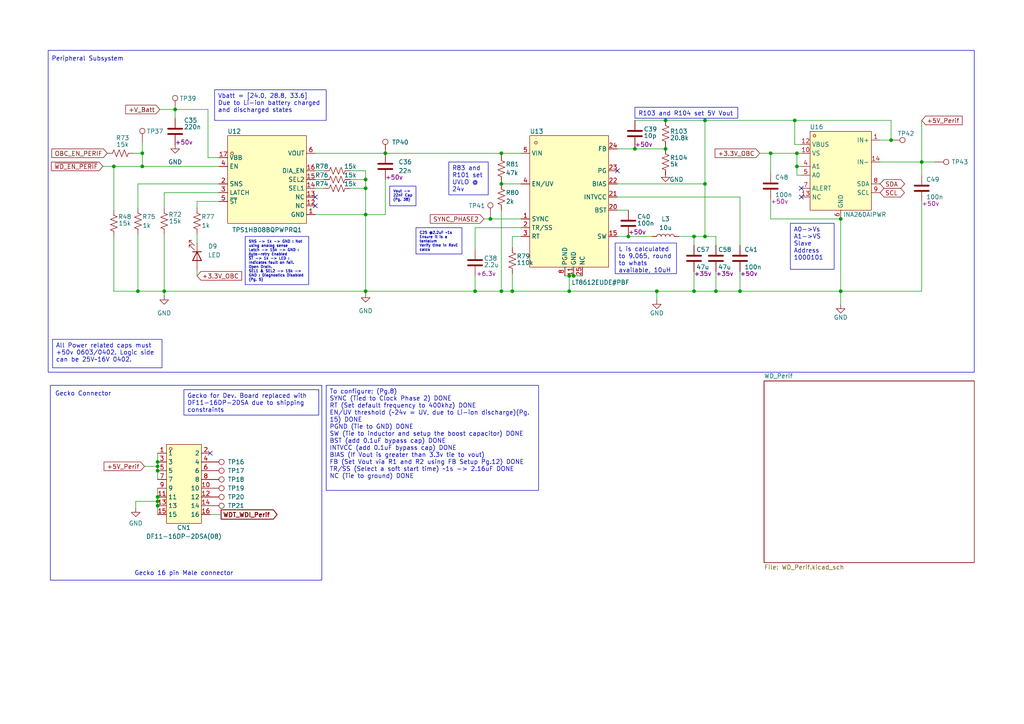
<source format=kicad_sch>
(kicad_sch (version 20250114) (generator "eeschema") (generator_version "9.0")
  (paper "A4")
  (lib_symbols
    (symbol "Device:C" (pin_numbers (hide yes)) (pin_names (offset 0.254))
      (property "Reference" "C" (at 0.635 2.54 0))
      (property "Value" "C" (at 0.635 -2.54 0))
      (symbol "C_0_1"
        (polyline (pts (xy -2.032 0.762) (xy 2.032 0.762)) (stroke (width 0.508)))
        (polyline (pts (xy -2.032 -0.762) (xy 2.032 -0.762)) (stroke (width 0.508)))
      )
      (symbol "C_1_1"
        (pin passive line (at 0 3.81 270) (length 2.794) (name "~") (number "1"))
        (pin passive line (at 0 -3.81 90) (length 2.794) (name "~") (number "2"))
      )
    )
    (symbol "Device:L" (pin_numbers (hide yes)) (pin_names (offset 1.016) (hide yes))
      (property "Reference" "L" (at -1.27 0 90))
      (property "Value" "L" (at 1.905 0 90))
      (symbol "L_0_1"
        (arc (start 0 2.54) (mid 0.6323 1.905) (end 0 1.27))
        (arc (start 0 1.27) (mid 0.6323 0.635) (end 0 0))
        (arc (start 0 0) (mid 0.6323 -0.635) (end 0 -1.27))
        (arc (start 0 -1.27) (mid 0.6323 -1.905) (end 0 -2.54))
      )
      (symbol "L_1_1"
        (pin passive line (at 0 3.81 270) (length 1.27) (name "1") (number "1"))
        (pin passive line (at 0 -3.81 90) (length 1.27) (name "2") (number "2"))
      )
    )
    (symbol "Device:LED" (pin_numbers (hide yes)) (pin_names (offset 1.016) (hide yes))
      (property "Reference" "D" (at 0 2.54 0))
      (property "Value" "LED" (at 0 -2.54 0))
      (symbol "LED_0_1"
        (polyline (pts (xy -3.048 -0.762) (xy -4.572 -2.286) (xy -3.81 -2.286) (xy -4.572 -2.286) (xy -4.572 -1.524)))
        (polyline (pts (xy -1.778 -0.762) (xy -3.302 -2.286) (xy -2.54 -2.286) (xy -3.302 -2.286) (xy -3.302 -1.524)))
        (polyline (pts (xy -1.27 0) (xy 1.27 0)))
        (polyline (pts (xy -1.27 -1.27) (xy -1.27 1.27)) (stroke (width 0.254)))
        (polyline (pts (xy 1.27 -1.27) (xy 1.27 1.27) (xy -1.27 0) (xy 1.27 -1.27)) (stroke (width 0.254)))
      )
      (symbol "LED_1_1"
        (pin passive line (at -3.81 0 0) (length 2.54) (name "K") (number "1"))
        (pin passive line (at 3.81 0 180) (length 2.54) (name "A") (number "2"))
      )
    )
    (symbol "Device:R_US" (pin_numbers (hide yes)) (pin_names (offset 0))
      (property "Reference" "R" (at 2.54 0 90))
      (property "Value" "R_US" (at -2.54 0 90))
      (symbol "R_US_0_1"
        (polyline (pts (xy 0 2.286) (xy 0 2.54)))
        (polyline (pts (xy 0 2.286) (xy 1.016 1.905) (xy 0 1.524) (xy -1.016 1.143) (xy 0 0.762)))
        (polyline (pts (xy 0 0.762) (xy 1.016 0.381) (xy 0 0) (xy -1.016 -0.381) (xy 0 -0.762)))
        (polyline (pts (xy 0 -0.762) (xy 1.016 -1.143) (xy 0 -1.524) (xy -1.016 -1.905) (xy 0 -2.286)))
        (polyline (pts (xy 0 -2.286) (xy 0 -2.54)))
      )
      (symbol "R_US_1_1"
        (pin passive line (at 0 3.81 270) (length 1.27) (name "~") (number "1"))
        (pin passive line (at 0 -3.81 90) (length 1.27) (name "~") (number "2"))
      )
    )
    (symbol "EPS:DF11-16DP-2DSA(08)"
      (property "Reference" "CN" (at 0 13.97 0))
      (property "Value" "DF11-16DP-2DSA(08)" (at 0 -13.97 0))
      (symbol "DF11-16DP-2DSA(08)_0_1"
        (rectangle (start -5.08 11.43) (end 5.08 -11.43) (fill (type background)))
        (circle (center -3.81 10.16) (radius 0.38))
        (pin unspecified line (at -7.62 8.89 0) (length 2.54) (name "1") (number "1"))
        (pin unspecified line (at -7.62 6.35 0) (length 2.54) (name "3") (number "3"))
        (pin unspecified line (at -7.62 3.81 0) (length 2.54) (name "5") (number "5"))
        (pin unspecified line (at -7.62 1.27 0) (length 2.54) (name "7") (number "7"))
        (pin unspecified line (at -7.62 -1.27 0) (length 2.54) (name "9") (number "9"))
        (pin unspecified line (at -7.62 -3.81 0) (length 2.54) (name "11") (number "11"))
        (pin unspecified line (at -7.62 -6.35 0) (length 2.54) (name "13") (number "13"))
        (pin unspecified line (at -7.62 -8.89 0) (length 2.54) (name "15") (number "15"))
        (pin unspecified line (at 7.62 8.89 180) (length 2.54) (name "2") (number "2"))
        (pin unspecified line (at 7.62 6.35 180) (length 2.54) (name "4") (number "4"))
        (pin unspecified line (at 7.62 3.81 180) (length 2.54) (name "6") (number "6"))
        (pin unspecified line (at 7.62 1.27 180) (length 2.54) (name "8") (number "8"))
        (pin unspecified line (at 7.62 -1.27 180) (length 2.54) (name "10") (number "10"))
        (pin unspecified line (at 7.62 -3.81 180) (length 2.54) (name "12") (number "12"))
        (pin unspecified line (at 7.62 -6.35 180) (length 2.54) (name "14") (number "14"))
        (pin unspecified line (at 7.62 -8.89 180) (length 2.54) (name "16") (number "16"))
      )
    )
    (symbol "EPS:INA260AIPWR"
      (property "Reference" "U" (at 0 13.97 0))
      (property "Value" "INA260AIPWR" (at 8.128 -12.954 0))
      (symbol "INA260AIPWR_0_1"
        (rectangle (start -8.89 11.43) (end 8.89 -11.43) (fill (type background)))
        (circle (center -7.62 10.16) (radius 0.38))
      )
      (symbol "INA260AIPWR_1_1"
        (pin passive line (at -11.43 7.62 0) (length 2.54) (name "VBUS") (number "12"))
        (pin passive line (at -11.43 5.08 0) (length 2.54) (name "VS") (number "10"))
        (pin passive line (at -11.43 1.27 0) (length 2.54) (name "A1") (number "4"))
        (pin passive line (at -11.43 -1.27 0) (length 2.54) (name "A0") (number "5"))
        (pin passive line (at -11.43 -5.08 0) (length 2.54) (name "ALERT") (number "7"))
        (pin passive line (at -11.43 -7.62 0) (length 2.54) (name "NC") (number "13"))
        (pin passive line (at 0 -13.97 90) (length 2.54) (name "GND") (number "6"))
        (pin passive line (at 11.43 8.89 180) (length 2.54) (name "IN+") (number "1"))
        (pin passive line (at 11.43 2.54 180) (length 2.54) (name "IN-") (number "14"))
        (pin passive line (at 11.43 -3.81 180) (length 2.54) (name "SDA") (number "8"))
        (pin passive line (at 11.43 -6.35 180) (length 2.54) (name "SCL") (number "9"))
      )
    )
    (symbol "EPS:LT8612EUDE#PBF"
      (property "Reference" "U" (at -1.27 24.13 0))
      (property "Value" "LT8612EUDE#PBF" (at 0 -29.21 0))
      (symbol "LT8612EUDE#PBF_0_1"
        (rectangle (start -11.43 16.51) (end 11.43 -21.59) (fill (type background)))
        (circle (center -9.652 14.478) (radius 0.38))
      )
      (symbol "LT8612EUDE#PBF_1_1"
        (pin passive line (at -13.97 11.43 0) (length 2.54) (name "VIN") (number "5"))
        (pin passive line (at -13.97 2.54 0) (length 2.54) (name "EN/UV") (number "4"))
        (pin passive line (at -13.97 -7.62 0) (length 2.54) (name "SYNC") (number "1"))
        (pin passive line (at -13.97 -10.16 0) (length 2.54) (name "TR/SS") (number "2"))
        (pin passive line (at -13.97 -12.7 0) (length 2.54) (name "RT") (number "3"))
        (pin passive line (at -1.27 -24.13 90) (length 2.54) (name "PGND") (number "8"))
        (pin passive line (at 1.27 -24.13 90) (length 2.54) (name "GND") (number "11"))
        (pin passive line (at 3.81 -24.13 90) (length 2.54) (name "NC") (number "25"))
        (pin passive line (at 13.97 12.7 180) (length 2.54) (name "FB") (number "24"))
        (pin passive line (at 13.97 6.35 180) (length 2.54) (name "PG") (number "23"))
        (pin passive line (at 13.97 2.54 180) (length 2.54) (name "BIAS") (number "22"))
        (pin passive line (at 13.97 -1.27 180) (length 2.54) (name "INTVCC") (number "21"))
        (pin passive line (at 13.97 -5.08 180) (length 2.54) (name "BST") (number "20"))
        (pin passive line (at 13.97 -12.7 180) (length 2.54) (name "SW") (number "15"))
      )
    )
    (symbol "EPS:TPS1HB08BQPWPRQ1"
      (property "Reference" "U" (at 0 15.24 0))
      (property "Value" "TPS1HB08BQPWPRQ1" (at 0 -15.24 0))
      (symbol "TPS1HB08BQPWPRQ1_0_1"
        (rectangle (start -11.43 12.7) (end 11.43 -12.7) (fill (type background)))
        (circle (center -10.16 7.62) (radius 0.38))
      )
      (symbol "TPS1HB08BQPWPRQ1_1_1"
        (pin passive line (at -13.97 6.35 0) (length 2.54) (name "VBB") (number "17"))
        (pin passive line (at -13.97 3.81 0) (length 2.54) (name "EN") (number "4"))
        (pin passive line (at -13.97 -1.27 0) (length 2.54) (name "SNS") (number "2"))
        (pin passive line (at -13.97 -3.81 0) (length 2.54) (name "LATCH") (number "3"))
        (pin passive line (at -13.97 -6.35 0) (length 2.54) (name "~{ST}") (number "5"))
        (pin passive line (at 13.97 7.62 180) (length 2.54) (name "VOUT") (number "6"))
        (pin passive line (at 13.97 2.54 180) (length 2.54) (name "DIA_EN") (number "16"))
        (pin passive line (at 13.97 0 180) (length 2.54) (name "SEL2") (number "15"))
        (pin passive line (at 13.97 -2.54 180) (length 2.54) (name "SEL1") (number "14"))
        (pin passive line (at 13.97 -5.08 180) (length 2.54) (name "NC") (number "13"))
        (pin passive line (at 13.97 -7.62 180) (length 2.54) (name "NC") (number "12"))
        (pin passive line (at 13.97 -10.16 180) (length 2.54) (name "GND") (number "1"))
      )
    )
    (symbol "EPS:TestPoint" (pin_numbers (hide yes)) (pin_names (offset 0.762) (hide yes))
      (property "Reference" "TP" (at 0 6.858 0))
      (property "Value" "TestPoint" (at 0 5.08 0))
      (symbol "TestPoint_0_1"
        (circle (center 0 3.302) (radius 0.762))
      )
      (symbol "TestPoint_1_1"
        (pin passive line (at 0 0 90) (length 2.54) (name "1") (number "1"))
      )
    )
    (symbol "power:GND" (power) (pin_numbers (hide yes)) (pin_names (offset 0) (hide yes))
      (property "Value" "GND" (at 0 -3.81 0))
      (symbol "GND_0_1"
        (polyline (pts (xy 0 0) (xy 0 -1.27) (xy 1.27 -1.27) (xy 0 -2.54) (xy -1.27 -1.27) (xy 0 -1.27)))
      )
      (symbol "GND_1_1"
        (pin power_in line (at 0 0 270) (length 0) (name "~") (number "1"))
      )
    )
  )
  (rectangle (start 14.605 111.76) (end 93.345 168.275))
  (rectangle (start 13.97 14.605) (end 282.575 107.95))
  (text "Gecko 16 pin Male connector" (at 53.34 166.37 0) (effects (font (size 1.27 1.27))))
  (text "Peripheral Subsystem" (at 25.4 17.145 0) (effects (font (size 1.27 1.27))))
  (text "Gecko Connector" (at 24.13 114.3 0) (effects (font (size 1.27 1.27))))
  (text_box "C25 @2.2uF ~1s\nEnsure it is a tantalum\nVerify time in RevE calcs" (at 120.65 66.04 0) (size 13.335 7.62) (margins 0.9525 0.9525 0.9525 0.9525) (effects (font (size 0.762 0.762)) (justify left top)))
  (text_box "A0->Vs\nA1->VS\nSlave Address\n1000101" (at 229.235 64.77 0) (size 12.7 13.335) (margins 0.9525 0.9525 0.9525 0.9525) (effects (font (size 1.27 1.27)) (justify left top)))
  (text_box "To configure: (Pg.8)\nSYNC (Tied to Clock Phase 2) DONE\nRT (Set default frequency to 400khz) DONE\nEN/UV threshold (~24v = UV, due to Li-ion discharge)(Pg. 15) DONE\nPGND (Tie to GND) DONE\nSW (Tie to inductor and setup the boost capacitor) DONE\nBST (add 0.1uF bypass cap) DONE\nINTVCC (add 0.1uF bypass cap) DONE\nBIAS (If Vout is greater than 3.3v tie to vout)\nFB (Set Vout via R1 and R2 using FB Setup Pg.12) DONE\nTR/SS (Select a soft start time) ~1s -> 2.16uF DONE\nNC (Tie to ground) DONE" (at 94.615 111.76 0) (size 61.595 30.48) (margins 0.9525 0.9525 0.9525 0.9525) (effects (font (size 1.27 1.27)) (justify left top)))
  (text_box "R103 and R104 set 5V Vout" (at 184.15 31.115 0) (size 29.845 3.175) (margins 0.9525 0.9525 0.9525 0.9525) (effects (font (size 1.27 1.27)) (justify left top)))
  (text_box "L is calculated to 9.065, round to whats available, 10uH" (at 178.435 70.485 0) (size 17.78 8.89) (margins 0.9525 0.9525 0.9525 0.9525) (effects (font (size 1.27 1.27)) (justify left top)))
  (text_box "Vbatt = [24.0, 28.8, 33.6] Due to Li-ion battery charged and discharged states" (at 62.23 26.035 0) (size 32.385 8.89) (margins 0.9525 0.9525 0.9525 0.9525) (effects (font (size 1.27 1.27)) (justify left top)))
  (text_box "R83 and R101 set UVLO @ 24v" (at 130.175 46.99 0) (size 11.43 9.525) (margins 0.9525 0.9525 0.9525 0.9525) (effects (font (size 1.27 1.27)) (justify left top)))
  (text_box "Vout -> 22nF Cap\n(Pg. 38)" (at 113.03 53.975 0) (size 7.62 5.715) (margins 0.9525 0.9525 0.9525 0.9525) (effects (font (size 0.762 0.762)) (justify left top)))
  (text_box "Gecko for Dev. Board replaced with DF11-16DP-2DSA due to shipping constraints" (at 53.34 113.03 0) (size 39.116 7.366) (margins 0.9525 0.9525 0.9525 0.9525) (effects (font (size 1.27 1.27)) (justify left top)))
  (text_box "All Power related caps must +50v 0603/0402. Logic side can be 25V~16V 0402." (at 15.24 98.425 0) (size 31.75 8.255) (margins 0.9525 0.9525 0.9525 0.9525) (effects (font (size 1.27 1.27)) (justify left top)))
  (text_box "SNS -> 1k -> GND : Not using analog sense\nLatch -> 15k -> GND : Auto-retry Enabled\n~{ST} -> 1k -> LED : Indicates fault on fail. Open Drain.\nSEL1 & SEL2 -> 15k -> GND : Diagnostics Disabled\n(Pg. 5)" (at 71.12 68.58 0) (size 18.415 13.97) (margins 0.9525 0.9525 0.9525 0.9525) (effects (font (size 0.762 0.762)) (justify left top)))
  (junction (at 258.445 40.64))
  (junction (at 106.045 84.455))
  (junction (at 137.795 84.455))
  (junction (at 106.045 62.23))
  (junction (at 243.84 84.455))
  (junction (at 50.8 31.75))
  (junction (at 214.63 84.455))
  (junction (at 145.415 53.34))
  (junction (at 182.245 68.58))
  (junction (at 45.72 146.685))
  (junction (at 145.415 44.45))
  (junction (at 45.72 133.985))
  (junction (at 190.5 84.455))
  (junction (at 45.72 136.525))
  (junction (at 204.47 53.34))
  (junction (at 207.645 84.455))
  (junction (at 148.59 84.455))
  (junction (at 230.505 34.925))
  (junction (at 243.84 63.5))
  (junction (at 45.72 144.145))
  (junction (at 40.005 84.455))
  (junction (at 165.1 84.455))
  (junction (at 111.76 44.45))
  (junction (at 204.47 68.58))
  (junction (at 267.335 46.99))
  (junction (at 45.72 145.415))
  (junction (at 41.275 48.26))
  (junction (at 193.04 43.18))
  (junction (at 106.045 54.61))
  (junction (at 201.295 84.455))
  (junction (at 165.1 80.01))
  (junction (at 166.37 80.01))
  (junction (at 41.275 44.45))
  (junction (at 231.14 48.26))
  (junction (at 142.24 63.5))
  (junction (at 45.72 135.255))
  (junction (at 33.02 48.26))
  (junction (at 184.15 43.18))
  (junction (at 201.295 68.58))
  (junction (at 145.415 84.455))
  (junction (at 193.04 34.925))
  (junction (at 204.47 34.925))
  (junction (at 47.625 84.455))
  (junction (at 223.52 44.45))
  (junction (at 231.14 44.45))
  (junction (at 106.045 52.07))
  (no_connect (at 60.96 131.445))
  (no_connect (at 232.41 54.61))
  (no_connect (at 232.41 57.15))
  (no_connect (at 179.07 49.53))
  (no_connect (at 91.44 59.69))
  (no_connect (at 91.44 57.15))
  (wire (pts (xy 60.325 31.75) (xy 60.325 45.72)))
  (wire (pts (xy 39.37 145.415) (xy 45.72 145.415)))
  (wire (pts (xy 41.275 44.45) (xy 41.275 48.26)))
  (wire (pts (xy 111.76 44.45) (xy 145.415 44.45)))
  (wire (pts (xy 184.15 34.925) (xy 193.04 34.925)))
  (wire (pts (xy 201.295 68.58) (xy 201.295 71.12)))
  (wire (pts (xy 40.005 53.34) (xy 40.005 60.325)))
  (wire (pts (xy 230.505 34.925) (xy 258.445 34.925)))
  (wire (pts (xy 163.83 80.01) (xy 165.1 80.01)))
  (wire (pts (xy 29.845 48.26) (xy 33.02 48.26)))
  (wire (pts (xy 201.295 84.455) (xy 201.295 78.74)))
  (wire (pts (xy 101.6 49.53) (xy 106.045 49.53)))
  (wire (pts (xy 165.1 80.01) (xy 166.37 80.01)))
  (wire (pts (xy 45.72 144.145) (xy 45.72 145.415)))
  (wire (pts (xy 106.045 62.23) (xy 106.045 84.455)))
  (wire (pts (xy 255.27 46.99) (xy 267.335 46.99)))
  (wire (pts (xy 33.02 84.455) (xy 40.005 84.455)))
  (wire (pts (xy 231.14 48.26) (xy 232.41 48.26)))
  (wire (pts (xy 207.645 78.74) (xy 207.645 84.455)))
  (wire (pts (xy 106.045 54.61) (xy 106.045 62.23)))
  (wire (pts (xy 231.14 50.8) (xy 232.41 50.8)))
  (wire (pts (xy 190.5 84.455) (xy 201.295 84.455)))
  (wire (pts (xy 91.44 62.23) (xy 106.045 62.23)))
  (wire (pts (xy 231.14 48.26) (xy 231.14 50.8)))
  (wire (pts (xy 91.44 44.45) (xy 111.76 44.45)))
  (wire (pts (xy 137.795 84.455) (xy 137.795 80.01)))
  (wire (pts (xy 93.98 52.07) (xy 91.44 52.07)))
  (wire (pts (xy 142.24 63.5) (xy 151.13 63.5)))
  (wire (pts (xy 101.6 52.07) (xy 106.045 52.07)))
  (wire (pts (xy 140.335 63.5) (xy 142.24 63.5)))
  (wire (pts (xy 165.1 80.01) (xy 165.1 84.455)))
  (wire (pts (xy 106.045 85.09) (xy 106.045 84.455)))
  (wire (pts (xy 196.85 68.58) (xy 201.295 68.58)))
  (wire (pts (xy 230.505 34.925) (xy 230.505 41.91)))
  (wire (pts (xy 179.07 68.58) (xy 182.245 68.58)))
  (wire (pts (xy 145.415 44.45) (xy 151.13 44.45)))
  (wire (pts (xy 207.645 68.58) (xy 207.645 71.12)))
  (wire (pts (xy 33.02 48.26) (xy 41.275 48.26)))
  (wire (pts (xy 223.52 57.785) (xy 223.52 63.5)))
  (wire (pts (xy 93.98 54.61) (xy 91.44 54.61)))
  (wire (pts (xy 47.625 67.945) (xy 47.625 84.455)))
  (wire (pts (xy 190.5 84.455) (xy 190.5 86.995)))
  (wire (pts (xy 220.345 44.45) (xy 223.52 44.45)))
  (wire (pts (xy 93.98 49.53) (xy 91.44 49.53)))
  (wire (pts (xy 142.24 62.865) (xy 142.24 63.5)))
  (wire (pts (xy 193.04 50.165) (xy 193.04 50.8)))
  (wire (pts (xy 106.045 49.53) (xy 106.045 52.07)))
  (wire (pts (xy 145.415 44.45) (xy 145.415 45.085)))
  (wire (pts (xy 60.96 149.225) (xy 64.135 149.225)))
  (wire (pts (xy 204.47 53.34) (xy 204.47 68.58)))
  (wire (pts (xy 214.63 84.455) (xy 243.84 84.455)))
  (wire (pts (xy 201.295 68.58) (xy 204.47 68.58)))
  (wire (pts (xy 137.795 84.455) (xy 145.415 84.455)))
  (wire (pts (xy 145.415 53.34) (xy 151.13 53.34)))
  (wire (pts (xy 33.02 48.26) (xy 33.02 60.96)))
  (wire (pts (xy 223.52 63.5) (xy 243.84 63.5)))
  (wire (pts (xy 33.02 68.58) (xy 33.02 84.455)))
  (wire (pts (xy 145.415 52.705) (xy 145.415 53.34)))
  (wire (pts (xy 184.15 43.18) (xy 179.07 43.18)))
  (wire (pts (xy 111.76 52.07) (xy 111.76 62.23)))
  (wire (pts (xy 148.59 71.755) (xy 148.59 68.58)))
  (wire (pts (xy 193.04 42.545) (xy 193.04 43.18)))
  (wire (pts (xy 47.625 55.88) (xy 63.5 55.88)))
  (wire (pts (xy 166.37 80.01) (xy 168.91 80.01)))
  (wire (pts (xy 38.735 44.45) (xy 41.275 44.45)))
  (wire (pts (xy 179.07 60.96) (xy 182.245 60.96)))
  (wire (pts (xy 179.07 57.15) (xy 214.63 57.15)))
  (wire (pts (xy 46.355 31.75) (xy 50.8 31.75)))
  (wire (pts (xy 204.47 34.925) (xy 204.47 53.34)))
  (wire (pts (xy 243.84 63.5) (xy 243.84 84.455)))
  (wire (pts (xy 101.6 54.61) (xy 106.045 54.61)))
  (wire (pts (xy 106.045 84.455) (xy 137.795 84.455)))
  (wire (pts (xy 45.72 145.415) (xy 45.72 146.685)))
  (wire (pts (xy 137.795 72.39) (xy 137.795 66.04)))
  (wire (pts (xy 267.335 84.455) (xy 267.335 58.42)))
  (wire (pts (xy 41.91 135.255) (xy 45.72 135.255)))
  (wire (pts (xy 47.625 55.88) (xy 47.625 60.325)))
  (wire (pts (xy 57.15 60.325) (xy 57.15 58.42)))
  (wire (pts (xy 165.1 84.455) (xy 190.5 84.455)))
  (wire (pts (xy 57.15 58.42) (xy 63.5 58.42)))
  (wire (pts (xy 230.505 41.91) (xy 232.41 41.91)))
  (wire (pts (xy 63.5 48.26) (xy 41.275 48.26)))
  (wire (pts (xy 145.415 84.455) (xy 148.59 84.455)))
  (wire (pts (xy 243.84 84.455) (xy 243.84 88.265)))
  (wire (pts (xy 45.72 141.605) (xy 45.72 144.145)))
  (wire (pts (xy 204.47 34.925) (xy 230.505 34.925)))
  (wire (pts (xy 231.14 44.45) (xy 232.41 44.45)))
  (wire (pts (xy 184.15 42.545) (xy 184.15 43.18)))
  (wire (pts (xy 40.005 84.455) (xy 47.625 84.455)))
  (wire (pts (xy 47.625 84.455) (xy 47.625 85.725)))
  (wire (pts (xy 193.04 34.925) (xy 204.47 34.925)))
  (wire (pts (xy 106.045 52.07) (xy 106.045 54.61)))
  (wire (pts (xy 45.72 133.985) (xy 45.72 135.255)))
  (wire (pts (xy 182.245 68.58) (xy 189.23 68.58)))
  (wire (pts (xy 40.005 53.34) (xy 63.5 53.34)))
  (wire (pts (xy 111.76 62.23) (xy 106.045 62.23)))
  (wire (pts (xy 57.15 67.945) (xy 57.15 70.485)))
  (wire (pts (xy 148.59 68.58) (xy 151.13 68.58)))
  (wire (pts (xy 179.07 53.34) (xy 204.47 53.34)))
  (wire (pts (xy 50.8 31.75) (xy 60.325 31.75)))
  (wire (pts (xy 258.445 34.925) (xy 258.445 40.64)))
  (wire (pts (xy 45.72 135.255) (xy 45.72 136.525)))
  (wire (pts (xy 184.15 43.18) (xy 193.04 43.18)))
  (wire (pts (xy 223.52 50.165) (xy 223.52 44.45)))
  (wire (pts (xy 60.325 45.72) (xy 63.5 45.72)))
  (wire (pts (xy 137.795 66.04) (xy 151.13 66.04)))
  (wire (pts (xy 40.005 67.945) (xy 40.005 84.455)))
  (wire (pts (xy 45.72 146.685) (xy 45.72 149.225)))
  (wire (pts (xy 47.625 84.455) (xy 106.045 84.455)))
  (wire (pts (xy 207.645 84.455) (xy 214.63 84.455)))
  (wire (pts (xy 145.415 60.96) (xy 145.415 84.455)))
  (wire (pts (xy 39.37 147.32) (xy 39.37 145.415)))
  (wire (pts (xy 45.72 136.525) (xy 45.72 139.065)))
  (wire (pts (xy 267.335 46.99) (xy 267.335 50.8)))
  (wire (pts (xy 50.8 31.75) (xy 50.8 34.29)))
  (wire (pts (xy 267.335 46.99) (xy 271.145 46.99)))
  (wire (pts (xy 231.14 44.45) (xy 231.14 48.26)))
  (wire (pts (xy 41.275 41.275) (xy 41.275 44.45)))
  (wire (pts (xy 45.72 131.445) (xy 45.72 133.985)))
  (wire (pts (xy 204.47 68.58) (xy 207.645 68.58)))
  (wire (pts (xy 57.15 78.105) (xy 57.15 80.01)))
  (wire (pts (xy 201.295 84.455) (xy 207.645 84.455)))
  (wire (pts (xy 148.59 79.375) (xy 148.59 84.455)))
  (wire (pts (xy 267.335 34.925) (xy 267.335 46.99)))
  (wire (pts (xy 223.52 44.45) (xy 231.14 44.45)))
  (wire (pts (xy 214.63 84.455) (xy 214.63 78.74)))
  (wire (pts (xy 258.445 40.64) (xy 255.27 40.64)))
  (wire (pts (xy 243.84 84.455) (xy 267.335 84.455)))
  (wire (pts (xy 214.63 57.15) (xy 214.63 71.12)))
  (wire (pts (xy 165.1 84.455) (xy 148.59 84.455)))
  (global_label "WDT_WDI_Perif" (shape output) (at 64.135 149.225 0) (effects (font (thickness 0.254) (bold yes))) (property "Intersheetrefs" "${INTERSHEET_REFS}" (effects (hide yes))))
  (global_label "+3.3V_OBC" (shape input) (at 220.345 44.45 180) (property "Intersheetrefs" "${INTERSHEET_REFS}" (effects (hide yes))))
  (global_label "+5V_Perif" (shape input) (at 267.335 34.925 0) (property "Intersheetrefs" "${INTERSHEET_REFS}" (effects (hide yes))))
  (global_label "SCL" (shape bidirectional) (at 255.27 55.88 0) (property "Intersheetrefs" "${INTERSHEET_REFS}" (effects (hide yes))))
  (global_label "~{WD_EN_PERIF}" (shape input) (at 29.845 48.26 180) (property "Intersheetrefs" "${INTERSHEET_REFS}" (effects (hide yes))))
  (global_label "+3.3V_OBC" (shape input) (at 57.15 80.01 0) (property "Intersheetrefs" "${INTERSHEET_REFS}" (effects (hide yes))))
  (global_label "SYNC_PHASE2" (shape input) (at 140.335 63.5 180) (property "Intersheetrefs" "${INTERSHEET_REFS}" (effects (hide yes))))
  (global_label "OBC_EN_PERIF" (shape input) (at 31.115 44.45 180) (property "Intersheetrefs" "${INTERSHEET_REFS}" (effects (hide yes))))
  (global_label "SDA" (shape bidirectional) (at 255.27 53.34 0) (property "Intersheetrefs" "${INTERSHEET_REFS}" (effects (hide yes))))
  (global_label "+V_Batt" (shape input) (at 46.355 31.75 180) (property "Intersheetrefs" "${INTERSHEET_REFS}" (effects (hide yes))))
  (global_label "+5V_Perif" (shape input) (at 41.91 135.255 180) (property "Intersheetrefs" "${INTERSHEET_REFS}" (effects (hide yes))))
  (symbol (lib_id "Device:R_US") (at 148.59 75.565 0) (unit 1)
    (property "Reference" "R79" (at 149.86 74.295 0) (effects (justify left)))
    (property "Value" "110k" (at 149.86 76.2 0) (effects (justify left)))
    (property "Footprint" "EPS:R0402" (effects (hide yes)))
    (property "Description" "Resistor, US symbol" (effects (hide yes)))
    (property "LCSC" "C138065" (effects (hide yes)))
  )
  (symbol (lib_id "EPS:TestPoint") (at 271.145 46.99 270) (unit 1)
    (property "Reference" "TP43" (at 275.971 46.99 90) (effects (justify left)))
    (property "Value" "TestPoint" (effects (hide yes)))
    (property "Footprint" "TestPoint:TestPoint_Pad_1.0x1.0mm" (effects (hide yes)))
    (property "Description" "test point" (effects (hide yes)))
  )
  (symbol (lib_id "power:GND") (at 106.045 85.09 0) (unit 1)
    (property "Reference" "#PWR061" (effects (hide yes)))
    (property "Value" "GND" (at 106.045 90.17 0))
    (property "Description" "Power symbol creates a global label with name \"GND\" , ground" (effects (hide yes)))
  )
  (symbol (lib_id "Device:C") (at 223.52 53.975 0) (unit 1)
    (property "Reference" "C48" (at 224.79 51.435 0) (effects (justify left)))
    (property "Value" "100n" (at 224.79 56.515 0) (effects (justify left)))
    (property "Footprint" "EPS:C0402" (effects (hide yes)))
    (property "Description" "Unpolarized capacitor" (effects (hide yes)))
    (property "Voltage Rating" "+50v" (at 226.06 58.42 0))
    (property "LCSC" "C85858" (effects (hide yes)))
  )
  (symbol (lib_id "power:GND") (at 243.84 88.265 0) (unit 1)
    (property "Reference" "#PWR064" (effects (hide yes)))
    (property "Value" "GND" (at 243.84 92.075 0))
    (property "Description" "Power symbol creates a global label with name \"GND\" , ground" (effects (hide yes)))
  )
  (symbol (lib_id "EPS:TestPoint") (at 50.8 31.75 0) (unit 1)
    (property "Reference" "TP39" (at 52.07 28.575 0) (effects (justify left)))
    (property "Value" "TestPoint" (effects (hide yes)))
    (property "Footprint" "TestPoint:TestPoint_Pad_1.0x1.0mm" (effects (hide yes)))
    (property "Description" "test point" (effects (hide yes)))
  )
  (symbol (lib_id "Device:R_US") (at 97.79 49.53 270) (unit 1)
    (property "Reference" "R78" (at 93.345 48.26 90))
    (property "Value" "15k" (at 101.6 48.26 90))
    (property "Footprint" "EPS:R0402" (effects (hide yes)))
    (property "Description" "Resistor, US symbol" (effects (hide yes)))
    (property "LCSC" "C114761" (effects (hide yes)))
  )
  (symbol (lib_id "EPS:TestPoint") (at 41.275 41.275 0) (unit 1)
    (property "Reference" "TP37" (at 42.545 38.1 0) (effects (justify left)))
    (property "Value" "TestPoint" (effects (hide yes)))
    (property "Footprint" "TestPoint:TestPoint_Pad_1.0x1.0mm" (effects (hide yes)))
    (property "Description" "test point" (effects (hide yes)))
  )
  (symbol (lib_id "Device:C") (at 207.645 74.93 0) (unit 1)
    (property "Reference" "C58" (at 208.28 72.39 0) (effects (justify left)))
    (property "Value" "47u" (at 208.28 77.47 0) (effects (justify left)))
    (property "Footprint" "EPS:CAP-SMD_L7.3-W4.3-FD" (effects (hide yes)))
    (property "Description" "Unpolarized capacitor" (effects (hide yes)))
    (property "Voltage Rating" "+35v" (at 210.185 79.375 0))
    (property "LCSC" "C87110" (effects (hide yes)))
  )
  (symbol (lib_id "Device:R_US") (at 47.625 64.135 180) (unit 1)
    (property "Reference" "R72" (at 50.8 62.23 0))
    (property "Value" "15k" (at 50.8 64.135 0))
    (property "Footprint" "EPS:R0402" (effects (hide yes)))
    (property "Description" "Resistor, US symbol" (effects (hide yes)))
    (property "LCSC" "C114761" (effects (hide yes)))
  )
  (symbol (lib_id "EPS:LT8612EUDE#PBF") (at 165.1 55.88 0) (unit 1)
    (property "Reference" "U13" (at 153.67 38.1 0) (effects (justify left)))
    (property "Value" "LT8612EUDE#PBF" (at 165.735 81.915 0) (effects (justify left)))
    (property "Footprint" "EPS:QFN-28_L6.0-W3.0-P0.50-BL-EP" (effects (hide yes)))
    (property "Datasheet" "https://jlcpcb.com/api/file/downloadByFileSystemAccessId/8589836477510287360" (effects (hide yes)))
    (property "Description" "42V, 6A, Step Down Regulator" (effects (hide yes)))
    (property "LCSC Part" "C580312" (effects (hide yes)))
  )
  (symbol (lib_id "EPS:TestPoint") (at 258.445 40.64 270) (unit 1)
    (property "Reference" "TP42" (at 260.35 38.735 90) (effects (justify left)))
    (property "Value" "TestPoint" (effects (hide yes)))
    (property "Footprint" "TestPoint:TestPoint_Pad_1.0x1.0mm" (effects (hide yes)))
    (property "Description" "test point" (effects (hide yes)))
  )
  (symbol (lib_id "Device:C") (at 214.63 74.93 0) (unit 1)
    (property "Reference" "C41" (at 215.9 72.39 0) (effects (justify left)))
    (property "Value" "100n" (at 215.9 77.47 0) (effects (justify left)))
    (property "Footprint" "EPS:C0402" (effects (hide yes)))
    (property "Description" "Unpolarized capacitor" (effects (hide yes)))
    (property "Voltage Rating" "+50v" (at 217.17 79.375 0))
    (property "LCSC" "C85858" (effects (hide yes)))
  )
  (symbol (lib_id "EPS:TestPoint") (at 60.96 139.065 270) (unit 1)
    (property "Reference" "TP18" (at 66.04 139.0649 90) (effects (justify left)))
    (property "Value" "TestPoint" (effects (hide yes)))
    (property "Footprint" "TestPoint:TestPoint_Pad_1.0x1.0mm" (effects (hide yes)))
    (property "Description" "test point" (effects (hide yes)))
  )
  (symbol (lib_id "Device:C") (at 201.295 74.93 0) (unit 1)
    (property "Reference" "C57" (at 201.93 72.39 0) (effects (justify left)))
    (property "Value" "47u" (at 201.93 77.47 0) (effects (justify left)))
    (property "Footprint" "EPS:CAP-SMD_L7.3-W4.3-FD" (effects (hide yes)))
    (property "Description" "Unpolarized capacitor" (effects (hide yes)))
    (property "Voltage Rating" "+35v" (at 203.835 79.375 0))
    (property "LCSC" "C87110" (effects (hide yes)))
  )
  (symbol (lib_id "power:GND") (at 50.8 41.91 0) (unit 1)
    (property "Reference" "#PWR059" (effects (hide yes)))
    (property "Value" "GND" (at 50.8 46.99 0))
    (property "Description" "Power symbol creates a global label with name \"GND\" , ground" (effects (hide yes)))
  )
  (symbol (lib_id "Device:R_US") (at 193.04 38.735 0) (unit 1)
    (property "Reference" "R103" (at 194.31 38.1 0) (effects (justify left)))
    (property "Value" "20.8k" (at 194.31 40.005 0) (effects (justify left)))
    (property "Footprint" "EPS:R0402" (effects (hide yes)))
    (property "Description" "Resistor, US symbol" (effects (hide yes)))
    (property "LCSC" "C25766" (effects (hide yes)))
  )
  (symbol (lib_id "Device:R_US") (at 193.04 46.99 0) (unit 1)
    (property "Reference" "R104" (at 194.31 45.72 0) (effects (justify left)))
    (property "Value" "5k" (at 194.31 47.625 0) (effects (justify left)))
    (property "Footprint" "EPS:R0402" (effects (hide yes)))
    (property "Description" "Resistor, US symbol" (effects (hide yes)))
    (property "LCSC" "C477765" (effects (hide yes)))
  )
  (symbol (lib_id "Device:R_US") (at 40.005 64.135 180) (unit 1)
    (property "Reference" "R75" (at 43.18 62.865 0))
    (property "Value" "1k" (at 42.545 65.405 0))
    (property "Footprint" "EPS:R0402" (effects (hide yes)))
    (property "Description" "Resistor, US symbol" (effects (hide yes)))
    (property "LCSC" "C106235" (effects (hide yes)))
  )
  (symbol (lib_id "Device:LED") (at 57.15 74.295 270) (unit 1)
    (property "Reference" "D9" (at 60.325 71.4374 90) (effects (justify left)))
    (property "Value" "LED" (at 60.325 73.9774 90) (effects (justify left)))
    (property "Footprint" "EPS:LED0603-RD_RED" (effects (hide yes)))
    (property "Description" "Light emitting diode" (effects (hide yes)))
    (property "Sim.Pins" "1=K 2=A" (effects (hide yes)))
  )
  (symbol (lib_id "EPS:TPS1HB08BQPWPRQ1") (at 77.47 52.07 0) (unit 1)
    (property "Reference" "U12" (at 67.945 38.1 0))
    (property "Value" "TPS1HB08BQPWPRQ1" (at 77.47 66.675 0))
    (property "Footprint" "EPS:HTSSOP-16_L5.0-W4.4-P0.65-LS6.4-TL-EP2.9" (effects (hide yes)))
    (property "Datasheet" "https://www.ti.com/lit/ds/symlink/tps1ha08-q1.pdf?ts=1748448912035&ref_url=https%253A%252F%252Fwww.ti.com%252Fproduct%252FTPS1HA08-Q1" (effects (hide yes)))
    (property "Description" "40-V, 8-mΩ Single-Channel Smart High-Side Switch" (effects (hide yes)))
    (property "LCSC Part" "C3230075" (effects (hide yes)))
  )
  (symbol (lib_id "Device:C") (at 182.245 64.77 0) (unit 1)
    (property "Reference" "C40" (at 184.785 62.865 0) (effects (justify left)))
    (property "Value" "100n" (at 184.785 64.77 0) (effects (justify left)))
    (property "Footprint" "EPS:C0402" (effects (hide yes)))
    (property "Description" "Unpolarized capacitor" (effects (hide yes)))
    (property "Voltage Rating" "+50v" (at 184.785 67.31 0))
    (property "LCSC" "C85858" (effects (hide yes)))
  )
  (symbol (lib_id "Device:C") (at 267.335 54.61 0) (unit 1)
    (property "Reference" "C49" (at 268.605 52.07 0) (effects (justify left)))
    (property "Value" "100n" (at 268.605 57.15 0) (effects (justify left)))
    (property "Footprint" "EPS:C0402" (effects (hide yes)))
    (property "Description" "Unpolarized capacitor" (effects (hide yes)))
    (property "Voltage Rating" "+50v" (at 269.875 59.055 0))
    (property "LCSC" "C85858" (effects (hide yes)))
  )
  (symbol (lib_id "EPS:TestPoint") (at 111.76 44.45 0) (unit 1)
    (property "Reference" "TP40" (at 113.665 41.275 0) (effects (justify left)))
    (property "Value" "TestPoint" (effects (hide yes)))
    (property "Footprint" "TestPoint:TestPoint_Pad_1.0x1.0mm" (effects (hide yes)))
    (property "Description" "test point" (effects (hide yes)))
  )
  (symbol (lib_id "Device:R_US") (at 97.79 52.07 270) (unit 1)
    (property "Reference" "R76" (at 93.345 50.8 90))
    (property "Value" "15k" (at 101.6 50.8 90))
    (property "Footprint" "EPS:R0402" (effects (hide yes)))
    (property "Description" "Resistor, US symbol" (effects (hide yes)))
    (property "LCSC" "C114761" (effects (hide yes)))
  )
  (symbol (lib_id "Device:R_US") (at 34.925 44.45 270) (unit 1)
    (property "Reference" "R73" (at 35.56 40.005 90))
    (property "Value" "15k" (at 35.56 41.91 90))
    (property "Footprint" "EPS:R0402" (effects (hide yes)))
    (property "Description" "Resistor, US symbol" (effects (hide yes)))
    (property "LCSC" "C114761" (effects (hide yes)))
  )
  (symbol (lib_id "EPS:INA260AIPWR") (at 243.84 49.53 0) (unit 1)
    (property "Reference" "U16" (at 236.855 36.83 0))
    (property "Value" "INA260AIPWR" (at 250.825 62.23 0))
    (property "Footprint" "EPS:TSSOP-16_L5.0-W4.4-P0.65-LS6.4-BL-1" (effects (hide yes)))
    (property "Datasheet" "https://www.ti.com/lit/ds/symlink/ina260.pdf?ts=1748375218606&ref_url=https%253A%252F%252Fwww.google.com%252F" (effects (hide yes)))
    (property "Description" "Precision Digital Current and Power Monitor With Low-Drift, Precision Integrated Shunt" (effects (hide yes)))
    (property "LCSC Part" "C2155885" (effects (hide yes)))
  )
  (symbol (lib_id "EPS:DF11-16DP-2DSA(08)") (at 53.34 140.335 0) (unit 1)
    (property "Reference" "CN1" (at 53.34 153.035 0))
    (property "Value" "DF11-16DP-2DSA(08)" (at 53.34 155.575 0))
    (property "Footprint" "EPS:CONN-TH_DF11-16DP-2DSA-08" (effects (hide yes)))
    (property "Datasheet" "https://lcsc.com/product-detail/Wire-To-Board-Wire-To-Wire-Connector_HRS-Hirose-HRS-DF11-16DP-2DSA-08_C530981.html" (effects (hide yes)))
    (property "Description" "Hirose 2x8 Connector, Drop in replacement for Gecko" (effects (hide yes)))
    (property "LCSC Part" "C530981" (effects (hide yes)))
  )
  (symbol (lib_id "power:GND") (at 39.37 147.32 0) (unit 1)
    (property "Reference" "#PWR056" (effects (hide yes)))
    (property "Value" "GND" (at 39.37 151.765 0))
    (property "Description" "Power symbol creates a global label with name \"GND\" , ground" (effects (hide yes)))
  )
  (symbol (lib_id "power:GND") (at 193.04 50.165 0) (unit 1)
    (property "Reference" "#PWR068" (effects (hide yes)))
    (property "Value" "GND" (at 196.215 52.07 0))
    (property "Description" "Power symbol creates a global label with name \"GND\" , ground" (effects (hide yes)))
  )
  (symbol (lib_id "Device:C") (at 111.76 48.26 0) (unit 1)
    (property "Reference" "C36" (at 115.57 46.9899 0) (effects (justify left)))
    (property "Value" "22n" (at 115.57 49.5299 0) (effects (justify left)))
    (property "Footprint" "EPS:C0402" (effects (hide yes)))
    (property "Description" "Unpolarized capacitor" (effects (hide yes)))
    (property "Voltage Rating" "+50v" (at 114.3 51.435 0))
    (property "LCSC" "C77023" (effects (hide yes)))
  )
  (symbol (lib_id "Device:C") (at 184.15 38.735 0) (unit 1)
    (property "Reference" "C39" (at 186.69 37.465 0) (effects (justify left)))
    (property "Value" "10p" (at 186.69 39.37 0) (effects (justify left)))
    (property "Footprint" "EPS:C0402" (effects (hide yes)))
    (property "Description" "Unpolarized capacitor" (effects (hide yes)))
    (property "Voltage Rating" "+50v" (at 186.69 41.91 0))
    (property "LCSC" "C1545" (effects (hide yes)))
  )
  (symbol (lib_id "EPS:TestPoint") (at 142.24 62.865 0) (unit 1)
    (property "Reference" "TP41" (at 135.89 59.69 0) (effects (justify left)))
    (property "Value" "TestPoint" (effects (hide yes)))
    (property "Footprint" "TestPoint:TestPoint_Pad_1.0x1.0mm" (effects (hide yes)))
    (property "Description" "test point" (effects (hide yes)))
  )
  (symbol (lib_id "EPS:TestPoint") (at 60.96 141.605 270) (unit 1)
    (property "Reference" "TP19" (at 66.04 141.6049 90) (effects (justify left)))
    (property "Value" "TestPoint" (effects (hide yes)))
    (property "Footprint" "TestPoint:TestPoint_Pad_1.0x1.0mm" (effects (hide yes)))
    (property "Description" "test point" (effects (hide yes)))
  )
  (symbol (lib_id "EPS:TestPoint") (at 60.96 136.525 270) (unit 1)
    (property "Reference" "TP17" (at 66.04 136.5249 90) (effects (justify left)))
    (property "Value" "TestPoint" (effects (hide yes)))
    (property "Footprint" "TestPoint:TestPoint_Pad_1.0x1.0mm" (effects (hide yes)))
    (property "Description" "test point" (effects (hide yes)))
  )
  (symbol (lib_id "Device:C") (at 137.795 76.2 0) (unit 1)
    (property "Reference" "C38" (at 140.335 74.93 0) (effects (justify left)))
    (property "Value" "2.2u" (at 140.335 76.835 0) (effects (justify left)))
    (property "Footprint" "EPS:C0402" (effects (hide yes)))
    (property "Description" "Unpolarized capacitor" (effects (hide yes)))
    (property "LCSC" "C12530" (effects (hide yes)))
    (property "Voltage Rating" "+6.3v" (at 140.97 79.375 0))
  )
  (symbol (lib_id "power:GND") (at 47.625 85.725 0) (unit 1)
    (property "Reference" "#PWR058" (effects (hide yes)))
    (property "Value" "GND" (at 47.625 90.805 0))
    (property "Description" "Power symbol creates a global label with name \"GND\" , ground" (effects (hide yes)))
  )
  (symbol (lib_id "EPS:TestPoint") (at 60.96 144.145 270) (unit 1)
    (property "Reference" "TP20" (at 66.04 144.1449 90) (effects (justify left)))
    (property "Value" "TestPoint" (effects (hide yes)))
    (property "Footprint" "TestPoint:TestPoint_Pad_1.0x1.0mm" (effects (hide yes)))
    (property "Description" "test point" (effects (hide yes)))
  )
  (symbol (lib_id "power:GND") (at 190.5 86.995 0) (unit 1)
    (property "Reference" "#PWR063" (effects (hide yes)))
    (property "Value" "GND" (at 190.5 90.805 0))
    (property "Description" "Power symbol creates a global label with name \"GND\" , ground" (effects (hide yes)))
  )
  (symbol (lib_id "Device:R_US") (at 97.79 54.61 270) (unit 1)
    (property "Reference" "R74" (at 93.345 53.34 90))
    (property "Value" "15k" (at 101.6 53.34 90))
    (property "Footprint" "EPS:R0402" (effects (hide yes)))
    (property "Description" "Resistor, US symbol" (effects (hide yes)))
    (property "LCSC" "C114761" (effects (hide yes)))
  )
  (symbol (lib_id "Device:L") (at 193.04 68.58 90) (unit 1)
    (property "Reference" "L3" (at 193.04 63.5 90))
    (property "Value" "10u" (at 193.04 66.04 90))
    (property "Footprint" "EPS:IND-SMD_L8.0-W8.0" (effects (hide yes)))
    (property "Datasheet" "https://lcsc.com/datasheet/lcsc_datasheet_2304140030_DMBJ-PNLS8040-100M-10UH_C2849554.pdf" (effects (hide yes)))
    (property "Description" "Inductor" (effects (hide yes)))
    (property "LCSC" "C2849554" (effects (hide yes)))
  )
  (symbol (lib_id "Device:R_US") (at 145.415 57.15 0) (unit 1)
    (property "Reference" "R80" (at 146.685 55.88 0) (effects (justify left)))
    (property "Value" "2k" (at 146.685 58.42 0) (effects (justify left)))
    (property "Footprint" "EPS:R0402" (effects (hide yes)))
    (property "Description" "Resistor, US symbol" (effects (hide yes)))
    (property "LCSC" "C60488" (effects (hide yes)))
  )
  (symbol (lib_id "Device:R_US") (at 33.02 64.77 180) (unit 1)
    (property "Reference" "R48" (at 36.195 62.865 0))
    (property "Value" "15k" (at 36.195 64.77 0))
    (property "Footprint" "EPS:R0402" (effects (hide yes)))
    (property "Description" "Resistor, US symbol" (effects (hide yes)))
    (property "LCSC" "C114761" (effects (hide yes)))
  )
  (symbol (lib_id "Device:R_US") (at 57.15 64.135 180) (unit 1)
    (property "Reference" "R77" (at 60.325 62.865 0))
    (property "Value" "1k" (at 59.69 65.405 0))
    (property "Footprint" "EPS:R0402" (effects (hide yes)))
    (property "Description" "Resistor, US symbol" (effects (hide yes)))
    (property "LCSC" "C106235" (effects (hide yes)))
  )
  (symbol (lib_id "EPS:TestPoint") (at 60.96 133.985 270) (unit 1)
    (property "Reference" "TP16" (at 66.04 133.9849 90) (effects (justify left)))
    (property "Value" "TestPoint" (effects (hide yes)))
    (property "Footprint" "TestPoint:TestPoint_Pad_1.0x1.0mm" (effects (hide yes)))
    (property "Description" "test point" (effects (hide yes)))
  )
  (symbol (lib_id "Device:C") (at 50.8 38.1 0) (unit 1)
    (property "Reference" "C35" (at 53.34 34.925 0) (effects (justify left)))
    (property "Value" "220n" (at 53.34 36.83 0) (effects (justify left)))
    (property "Footprint" "EPS:C0402" (effects (hide yes)))
    (property "Description" "Unpolarized capacitor" (effects (hide yes)))
    (property "Voltage Rating" "+50v" (at 53.34 41.275 0))
    (property "LCSC" "C5159775" (effects (hide yes)))
  )
  (symbol (lib_id "Device:R_US") (at 145.415 48.895 0) (unit 1)
    (property "Reference" "R81" (at 146.685 47.625 0) (effects (justify left)))
    (property "Value" "47k" (at 146.685 50.165 0) (effects (justify left)))
    (property "Footprint" "EPS:R0402" (effects (hide yes)))
    (property "Description" "Resistor, US symbol" (effects (hide yes)))
    (property "LCSC" "C93943" (effects (hide yes)))
  )
  (symbol (lib_id "EPS:TestPoint") (at 60.96 146.685 270) (unit 1)
    (property "Reference" "TP21" (at 66.04 146.6849 90) (effects (justify left)))
    (property "Value" "TestPoint" (effects (hide yes)))
    (property "Footprint" "TestPoint:TestPoint_Pad_1.0x1.0mm" (effects (hide yes)))
    (property "Description" "test point" (effects (hide yes)))
  )
  (sheet (at 221.615 110.49) (size 60.96 52.705) (stroke (width 0.1524))
    (property "Sheetname" "WD_Perif" (at 221.615 109.7784 0) (effects (justify left bottom)))
    (property "Sheetfile" "WD_Perif.kicad_sch" (at 221.615 163.7796 0) (effects (justify left top)))
  )
)
</source>
